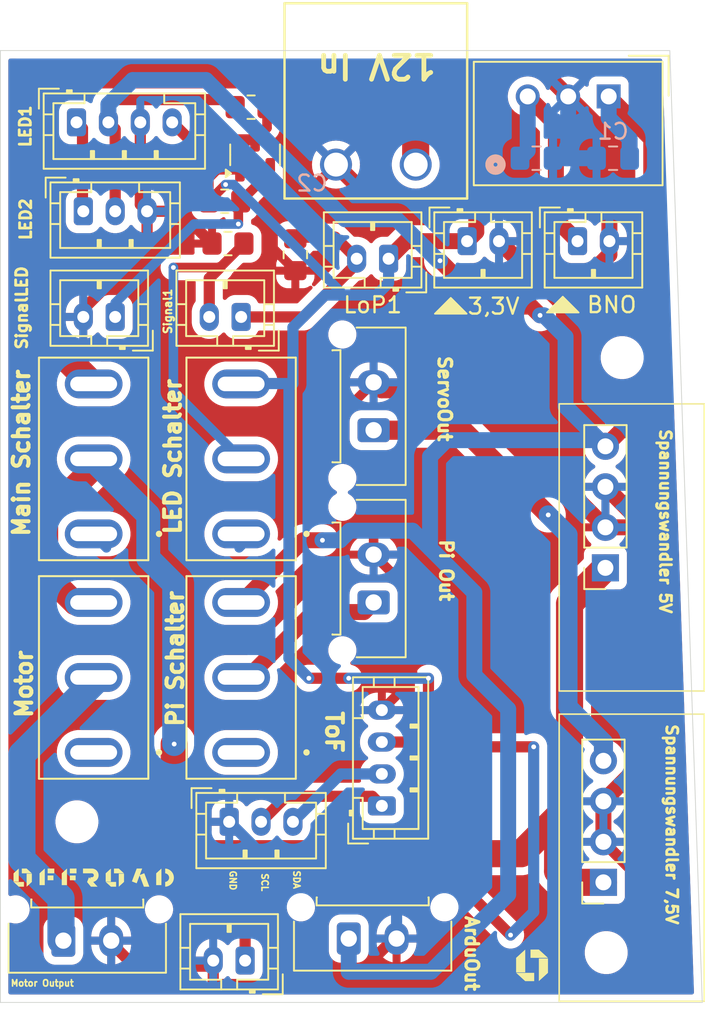
<source format=kicad_pcb>
(kicad_pcb (version 20240108) (generator "pcbnew") (generator_version "8.0")
  (layers (0 "F.Cu" signal) (31 "B.Cu" signal) (34 "B.Paste" user) (35 "F.Paste" user) (36 "B.SilkS" user "B.Silkscreen") (37 "F.SilkS" user "F.Silkscreen") (38 "B.Mask" user) (39 "F.Mask" user) (44 "Edge.Cuts" user))
  (net 0 "")
  (net 1 "+3.3V")
  (net 2 "GND")
  (net 3 "+5V")
  (net 4 "Net-(LEDAnzeige1-Pin_1)")
  (net 5 "Net-(LEDring1-Pin_4)")
  (net 6 "Net-(Q1-S)")
  (net 7 "+12V")
  (net 8 "+7.5V")
  (net 9 "unconnected-(Schalter2Main1-Pin_1-Pad1)")
  (net 10 "unconnected-(Schalter3Motor1-Pin_1-Pad1)")
  (net 12 "unconnected-(Schalter1LED1-Pin_1-Pad1)")
  (net 13 "Net-(LoP1-Pin_2)")
  (net 14 "Net-(Schalter1LED1-Pin_2)")
  (net 15 "Net-(J1-Pin_2)")
  (net 16 "Net-(J1-Pin_3)")
  (footprint "Connector_JST:JST_PH_B4B-PH-K_1x04_P2.00mm_Vertical" (layer "F.Cu") (at 192.425 18.15)
    (property "Reference" "LEDring1" (hide yes))
    (property "Value" "Conn_01x04_Pin" (hide yes))
    (pad "1" thru_hole roundrect (at 0 0) (size 1.2 1.75) (drill 0.75) (layers "*.Cu" "*.Mask") (roundrect_rratio 0.208333) (net 4 "Net-(LEDAnzeige1-Pin_1)"))
    (pad "2" thru_hole oval (at 2 0) (size 1.2 1.75) (drill 0.75) (layers "*.Cu" "*.Mask") (net 3 "+5V"))
    (pad "3" thru_hole oval (at 4 0) (size 1.2 1.75) (drill 0.75) (layers "*.Cu" "*.Mask") (net 2 "GND"))
    (pad "4" thru_hole oval (at 6 0) (size 1.2 1.75) (drill 0.75) (layers "*.Cu" "*.Mask") (net 5 "Net-(LEDring1-Pin_4)"))
  )
  (footprint "Converter_DCDC:Converter_DCDC_TRACO_TSR1-xxxxE_THT" (layer "F.Cu") (at 225.805 16.525 -90)
    (property "Reference" "Wandler1" (hide yes))
    (property "Value" "TSR1-2433E" (hide yes))
    (pad "1" thru_hole rect (at 0 0 270) (size 1.5 1.5) (drill 1) (layers "*.Cu" "*.Mask") (net 3 "+5V"))
    (pad "2" thru_hole circle (at 0 2.54 270) (size 1.5 1.5) (drill 1) (layers "*.Cu" "*.Mask") (net 2 "GND"))
    (pad "3" thru_hole circle (at 0 5.08 270) (size 1.5 1.5) (drill 1) (layers "*.Cu" "*.Mask") (net 1 "+3.3V"))
  )
  (footprint "Schalter:SW_100SP1T1B1M1QEH" (layer "F.Cu") (at 202.75 39.25 90)
    (property "Reference" "Schalter1LED1" (hide yes))
    (property "Value" "Conn_01x03_Pin" (hide yes))
    (pad "1" thru_hole oval (at -4.7 0 90) (size 1.81 3.62) (drill oval 0.91 2.94) (layers "*.Cu" "*.Mask") (net 12 "unconnected-(Schalter1LED1-Pin_1-Pad1)"))
    (pad "2" thru_hole oval (at 0 0 90) (size 1.81 3.62) (drill oval 0.91 2.94) (layers "*.Cu" "*.Mask") (net 14 "Net-(Schalter1LED1-Pin_2)"))
    (pad "3" thru_hole oval (at 4.7 0 90) (size 1.81 3.62) (drill oval 0.91 2.94) (layers "*.Cu" "*.Mask") (net 1 "+3.3V"))
  )
  (footprint "Resistor_SMD:R_0805_2012Metric_Pad1.20x1.40mm_HandSolder" (layer "F.Cu") (at 201.925 25.75 180)
    (property "Reference" "R6" (hide yes))
    (property "Value" "R_Small" (hide yes))
    (pad "1" smd roundrect (at -1 0 180) (size 1.2 1.4) (layers "F.Cu" "F.Paste" "F.Mask") (roundrect_rratio 0.208333) (net 14 "Net-(Schalter1LED1-Pin_2)"))
    (pad "2" smd roundrect (at 1 0 180) (size 1.2 1.4) (layers "F.Cu" "F.Paste" "F.Mask") (roundrect_rratio 0.208333) (net 2 "GND"))
  )
  (footprint "MountingHole:MountingHole_2.2mm_M2" (layer "F.Cu") (at 192.45 62)
    (property "Reference" "REF**" (hide yes))
    (property "Value" "MountingHole_2.2mm_M2" (hide yes))
    (pad "" np_thru_hole circle (at 0 0) (size 2.2 2.2) (drill 2.2) (layers "*.Cu" "*.Mask"))
  )
  (footprint "Connector_Molex:Molex_Micro-Fit_3.0_43650-0215_1x02_P3.00mm_Vertical" (layer "F.Cu") (at 191.6 69.45)
    (property "Reference" "MotorOutput1" (hide yes))
    (property "Value" "Conn_01x02_Pin" (hide yes))
    (pad "" np_thru_hole circle (at -3 -1.96) (size 1.27 1.27) (drill 1.27) (layers "*.Cu" "*.Mask"))
    (pad "" np_thru_hole circle (at 6 -1.96) (size 1.27 1.27) (drill 1.27) (layers "*.Cu" "*.Mask"))
    (pad "1" thru_hole roundrect (at 0 0) (size 1.5 2.02) (drill 1.02) (layers "*.Cu" "*.Mask") (roundrect_rratio 0.166667) (net 7 "+12V"))
    (pad "2" thru_hole oval (at 3 0) (size 1.5 2.02) (drill 1.02) (layers "*.Cu" "*.Mask") (net 2 "GND"))
  )
  (footprint "Connector_Molex:Molex_Micro-Fit_3.0_43650-0215_1x02_P3.00mm_Vertical" (layer "F.Cu") (at 211.06 48.25 90)
    (property "Reference" "OutputPi1" (hide yes))
    (property "Value" "Conn_01x02_Pin" (hide yes))
    (pad "" np_thru_hole circle (at -3 -1.96 90) (size 1.27 1.27) (drill 1.27) (layers "*.Cu" "*.Mask"))
    (pad "" np_thru_hole circle (at 6 -1.96 90) (size 1.27 1.27) (drill 1.27) (layers "*.Cu" "*.Mask"))
    (pad "1" thru_hole roundrect (at 0 0 90) (size 1.5 2.02) (drill 1.02) (layers "*.Cu" "*.Mask") (roundrect_rratio 0.166667) (net 3 "+5V"))
    (pad "2" thru_hole oval (at 3 0 90) (size 1.5 2.02) (drill 1.02) (layers "*.Cu" "*.Mask") (net 2 "GND"))
  )
  (footprint "Connector_JST:JST_PH_B4B-PH-K_1x04_P2.00mm_Vertical" (layer "F.Cu") (at 211.575 61 90)
    (property "Reference" "StemmaToF1" (hide yes))
    (property "Value" "Conn_01x04_Pin" (hide yes))
    (pad "1" thru_hole roundrect (at 0 0 90) (size 1.2 1.75) (drill 0.75) (layers "*.Cu" "*.Mask") (roundrect_rratio 0.208333) (net 15 "Net-(J1-Pin_2)"))
    (pad "2" thru_hole oval (at 2 0 90) (size 1.2 1.75) (drill 0.75) (layers "*.Cu" "*.Mask") (net 16 "Net-(J1-Pin_3)"))
    (pad "3" thru_hole oval (at 4 0 90) (size 1.2 1.75) (drill 0.75) (layers "*.Cu" "*.Mask") (net 1 "+3.3V"))
    (pad "4" thru_hole oval (at 6 0 90) (size 1.2 1.75) (drill 0.75) (layers "*.Cu" "*.Mask") (net 2 "GND"))
  )
  (footprint "Schalter:SW_100SP1T1B1M1QEH" (layer "F.Cu") (at 202.75 52.95 90)
    (property "Reference" "Schalter4Pi1" (hide yes))
    (property "Value" "Conn_01x03_Pin" (hide yes))
    (pad "1" thru_hole oval (at -4.7 0 90) (size 1.81 3.62) (drill oval 0.91 2.94) (layers "*.Cu" "*.Mask"))
    (pad "2" thru_hole oval (at 0 0 90) (size 1.81 3.62) (drill oval 0.91 2.94) (layers "*.Cu" "*.Mask") (net 3 "+5V"))
    (pad "3" thru_hole oval (at 4.7 0 90) (size 1.81 3.62) (drill oval 0.91 2.94) (layers "*.Cu" "*.Mask") (net 3 "+5V"))
  )
  (footprint "Connector_JST:JST_PH_B2B-PH-K_1x02_P2.00mm_Vertical" (layer "F.Cu") (at 203 70.7 180)
    (property "Reference" "3,3V2" (hide yes))
    (property "Value" "3,3out" (hide yes))
    (pad "1" thru_hole roundrect (at 0 0 180) (size 1.2 1.75) (drill 0.75) (layers "*.Cu" "*.Mask") (roundrect_rratio 0.208333) (net 1 "+3.3V"))
    (pad "2" thru_hole oval (at 2 0 180) (size 1.2 1.75) (drill 0.75) (layers "*.Cu" "*.Mask") (net 2 "GND"))
  )
  (footprint "Connector_JST:JST_PH_B2B-PH-K_1x02_P2.00mm_Vertical" (layer "F.Cu") (at 202.75 30.35 180)
    (property "Reference" "Signal1" (at 4.6 0.35 -90) (layer "F.SilkS") (effects (font (size 0.5 0.5) (thickness 0.125))))
    (property "Value" "Conn_01x02_Pin" (hide yes))
    (pad "1" thru_hole roundrect (at 0 0 180) (size 1.2 1.75) (drill 0.75) (layers "*.Cu" "*.Mask") (roundrect_rratio 0.208333) (net 13 "Net-(LoP1-Pin_2)"))
    (pad "2" thru_hole oval (at 2 0 180) (size 1.2 1.75) (drill 0.75) (layers "*.Cu" "*.Mask") (net 14 "Net-(Schalter1LED1-Pin_2)"))
  )
  (footprint "Resistor_SMD:R_0805_2012Metric_Pad1.20x1.40mm_HandSolder" (layer "F.Cu") (at 206.15 26.45 -90)
    (property "Reference" "R1" (hide yes))
    (property "Value" "R_Small" (hide yes))
    (pad "1" smd roundrect (at -1 0 270) (size 1.2 1.4) (layers "F.Cu" "F.Paste" "F.Mask") (roundrect_rratio 0.208333) (net 13 "Net-(LoP1-Pin_2)"))
    (pad "2" smd roundrect (at 1 0 270) (size 1.2 1.4) (layers "F.Cu" "F.Paste" "F.Mask") (roundrect_rratio 0.208333) (net 2 "GND"))
  )
  (footprint "Connector_JST:JST_PH_B3B-PH-K_1x03_P2.00mm_Vertical" (layer "F.Cu") (at 192.85 23.725)
    (property "Reference" "LEDAnzeige1" (hide yes))
    (property "Value" "Conn_01x03_Pin" (hide yes))
    (pad "1" thru_hole roundrect (at 0 0) (size 1.2 1.75) (drill 0.75) (layers "*.Cu" "*.Mask") (roundrect_rratio 0.208333) (net 4 "Net-(LEDAnzeige1-Pin_1)"))
    (pad "2" thru_hole oval (at 2 0) (size 1.2 1.75) (drill 0.75) (layers "*.Cu" "*.Mask") (net 3 "+5V"))
    (pad "3" thru_hole oval (at 4 0) (size 1.2 1.75) (drill 0.75) (layers "*.Cu" "*.Mask") (net 2 "GND"))
  )
  (footprint "LOGOS:Offroad Logo 2" (layer "F.Cu") (at 221 71)
    (property "Reference" "G***" (hide yes))
    (property "Value" "LOGO" (hide yes))
  )
  (footprint "Connector_Molex:Molex_Micro-Fit_3.0_43650-0215_1x02_P3.00mm_Vertical" (layer "F.Cu") (at 209.5 69.32)
    (property "Reference" "Arduino1" (hide yes))
    (property "Value" "Conn_01x02_Pin")
    (pad "" np_thru_hole circle (at -3 -1.96) (size 1.27 1.27) (drill 1.27) (layers "*.Cu" "*.Mask"))
    (pad "" np_thru_hole circle (at 6 -1.96) (size 1.27 1.27) (drill 1.27) (layers "*.Cu" "*.Mask"))
    (pad "1" thru_hole roundrect (at 0 0) (size 1.5 2.02) (drill 1.02) (layers "*.Cu" "*.Mask") (roundrect_rratio 0.166667) (net 3 "+5V"))
    (pad "2" thru_hole oval (at 3 0) (size 1.5 2.02) (drill 1.02) (layers "*.Cu" "*.Mask") (net 2 "GND"))
  )
  (footprint "Package_TO_SOT_SMD:SOT-23" (layer "F.Cu") (at 203.625 20.1875 90)
    (property "Reference" "Q1" (hide yes))
    (property "Value" "BSS138" (hide yes))
    (pad "1" smd roundrect (at -0.9375 -0.95 90) (size 1.475 0.6) (layers "F.Cu" "F.Paste" "F.Mask") (net 1 "+3.3V"))
    (pad "2" smd roundrect (at -0.9375 0.95 90) (size 1.475 0.6) (layers "F.Cu" "F.Paste" "F.Mask") (net 6 "Net-(Q1-S)"))
    (pad "3" smd roundrect (at 0.9375 0 90) (size 1.475 0.6) (layers "F.Cu" "F.Paste" "F.Mask") (net 5 "Net-(LEDring1-Pin_4)"))
  )
  (footprint "Connector_PinSocket_2.54mm:PinSocket_1x04_P2.54mm_Vertical" (layer "F.Cu") (at 225.475 65.795 180)
    (property "Reference" "Spannungswandler2" (hide yes))
    (property "Value" "Conn_01x04_Pin" (hide yes))
    (pad "1" thru_hole rect (at 0 0 180) (size 1.7 1.7) (drill 1) (layers "*.Cu" "*.Mask") (net 7 "+12V"))
    (pad "2" thru_hole oval (at 0 2.54 180) (size 1.7 1.7) (drill 1) (layers "*.Cu" "*.Mask") (net 2 "GND"))
    (pad "3" thru_hole oval (at 0 5.08 180) (size 1.7 1.7) (drill 1) (layers "*.Cu" "*.Mask") (net 2 "GND"))
    (pad "4" thru_hole oval (at 0 7.62 180) (size 1.7 1.7) (drill 1) (layers "*.Cu" "*.Mask") (net 8 "+7.5V"))
  )
  (footprint "Schalter:SW_100SP1T1B1M1QEH" (layer "F.Cu") (at 193.5 52.95 90)
    (property "Reference" "Schalter3Motor1" (hide yes))
    (property "Value" "Conn_01x03_Pin")
    (pad "1" thru_hole oval (at -4.7 0 90) (size 1.81 3.62) (drill oval 0.91 2.94) (layers "*.Cu" "*.Mask") (net 10 "unconnected-(Schalter3Motor1-Pin_1-Pad1)"))
    (pad "2" thru_hole oval (at 0 0 90) (size 1.81 3.62) (drill oval 0.91 2.94) (layers "*.Cu" "*.Mask") (net 7 "+12V"))
    (pad "3" thru_hole oval (at 4.7 0 90) (size 1.81 3.62) (drill oval 0.91 2.94) (layers "*.Cu" "*.Mask") (net 7 "+12V"))
  )
  (footprint "MountingHole:MountingHole_2.2mm_M2" (layer "F.Cu") (at 226.65 32.9)
    (property "Reference" "REF**" (hide yes))
    (property "Value" "MountingHole_2.2mm_M2" (hide yes))
    (pad "" np_thru_hole circle (at 0 0) (size 2.2 2.2) (drill 2.2) (layers "*.Cu" "*.Mask"))
  )
  (footprint "Connector_JST:JST_PH_B2B-PH-K_1x02_P2.00mm_Vertical" (layer "F.Cu") (at 223.85 25.6)
    (property "Reference" "BNO1" (hide yes))
    (property "Value" "Conn_01x02_Pin" (hide yes))
    (pad "1" thru_hole roundrect (at 0 0) (size 1.2 1.75) (drill 0.75) (layers "*.Cu" "*.Mask") (roundrect_rratio 0.208333) (net 1 "+3.3V"))
    (pad "2" thru_hole oval (at 2 0) (size 1.2 1.75) (drill 0.75) (layers "*.Cu" "*.Mask") (net 2 "GND"))
  )
  (footprint "Connector_Molex:Molex_Micro-Fit_3.0_43650-0215_1x02_P3.00mm_Vertical" (layer "F.Cu") (at 211.06 37.45 90)
    (property "Reference" "Output1" (hide yes))
    (property "Value" "Conn_01x02_Pin" (hide yes))
    (pad "" np_thru_hole circle (at -3 -1.96 90) (size 1.27 1.27) (drill 1.27) (layers "*.Cu" "*.Mask"))
    (pad "" np_thru_hole circle (at 6 -1.96 90) (size 1.27 1.27) (drill 1.27) (layers "*.Cu" "*.Mask"))
    (pad "1" thru_hole roundrect (at 0 0 90) (size 1.5 2.02) (drill 1.02) (layers "*.Cu" "*.Mask") (roundrect_rratio 0.166667) (net 8 "+7.5V"))
    (pad "2" thru_hole oval (at 3 0 90) (size 1.5 2.02) (drill 1.02) (layers "*.Cu" "*.Mask") (net 2 "GND"))
  )
  (footprint "Connector_JST:JST_PH_B2B-PH-K_1x02_P2.00mm_Vertical" (layer "F.Cu") (at 216.925 25.6)
    (property "Reference" "3,3V1" (hide yes))
    (property "Value" "Conn_01x02_Pin" (hide yes))
    (pad "1" thru_hole roundrect (at 0 0) (size 1.2 1.75) (drill 0.75) (layers "*.Cu" "*.Mask") (roundrect_rratio 0.208333) (net 1 "+3.3V"))
    (pad "2" thru_hole oval (at 2 0) (size 1.2 1.75) (drill 0.75) (layers "*.Cu" "*.Mask") (net 2 "GND"))
  )
  (footprint "Connector_PinSocket_2.54mm:PinSocket_1x04_P2.54mm_Vertical" (layer "F.Cu") (at 225.6 46.08 180)
    (property "Reference" "Spannungswandler1" (hide yes))
    (property "Value" "Conn_01x04_Pin" (hide yes))
    (pad "1" thru_hole rect (at 0 0 180) (size 1.7 1.7) (drill 1) (layers "*.Cu" "*.Mask") (net 7 "+12V"))
    (pad "2" thru_hole oval (at 0 2.54 180) (size 1.7 1.7) (drill 1) (layers "*.Cu" "*.Mask") (net 2 "GND"))
    (pad "3" thru_hole oval (at 0 5.08 180) (size 1.7 1.7) (drill 1) (layers "*.Cu" "*.Mask") (net 2 "GND"))
    (pad "4" thru_hole oval (at 0 7.62 180) (size 1.7 1.7) (drill 1) (layers "*.Cu" "*.Mask") (net 3 "+5V"))
  )
  (footprint "Connector_JST:JST_PH_B2B-PH-K_1x02_P2.00mm_Vertical" (layer "F.Cu") (at 194.85 30.35 180)
    (property "Reference" "SignalLED1" (hide yes))
    (property "Value" "Conn_01x02_Pin" (hide yes))
    (pad "1" thru_hole roundrect (at 0 0 180) (size 1.2 1.75) (drill 0.75) (layers "*.Cu" "*.Mask") (roundrect_rratio 0.208333) (net 6 "Net-(Q1-S)"))
    (pad "2" thru_hole oval (at 2 0 180) (size 1.2 1.75) (drill 0.75) (layers "*.Cu" "*.Mask") (net 2 "GND"))
  )
  (footprint "Resistor_SMD:R_0805_2012Metric_Pad1.20x1.40mm_HandSolder" (layer "F.Cu") (at 201.725 23.1)
    (property "Reference" "R7" (hide yes))
    (property "Value" "R_Small" (hide yes))
    (pad "1" smd roundrect (at -1 0) (size 1.2 1.4) (layers "F.Cu" "F.Paste" "F.Mask") (roundrect_rratio 0.208333) (net 1 "+3.3V"))
    (pad "2" smd roundrect (at 1 0) (size 1.2 1.4) (layers "F.Cu" "F.Paste" "F.Mask") (roundrect_rratio 0.208333) (net 6 "Net-(Q1-S)"))
  )
  (footprint "100SP1T1B1M1QEH:CONN_31330102_MZC" (layer "F.Cu") (at 213.7 20.8 180)
    (property "Reference" "12Vin1" (hide yes))
    (property "Value" "Conn_01x02_Pin" (hide yes))
    (pad "1" thru_hole circle (at 0 0 180) (size 2.0066 2.0066) (drill 1.4986) (layers "*.Cu" "*.Mask") (net 7 "+12V"))
    (pad "2" thru_hole circle (at 5 0 180) (size 2.0066 2.0066) (drill 1.4986) (layers "*.Cu" "*.Mask") (net 2 "GND"))
  )
  (footprint "MountingHole:MountingHole_2.2mm_M2" (layer "F.Cu") (at 225.65 70.2)
    (property "Reference" "REF**" (hide yes))
    (property "Value" "MountingHole_2.2mm_M2" (hide yes))
    (pad "" np_thru_hole circle (at 0 0) (size 2.2 2.2) (drill 2.2) (layers "F&B.Cu" "*.Mask"))
  )
  (footprint "Connector_JST:JST_PH_B2B-PH-K_1x02_P2.00mm_Vertical" (layer "F.Cu") (at 212 26.7 180)
    (property "Reference" "LoP1" (at 1 -2.9 180) (layer "F.SilkS"))
    (property "Value" "Conn_01x02_Pin" (hide yes))
    (pad "1" thru_hole roundrect (at 0 0 180) (size 1.2 1.75) (drill 0.75) (layers "*.Cu" "*.Mask") (roundrect_rratio 0.208333) (net 1 "+3.3V"))
    (pad "2" thru_hole oval (at 2 0 180) (size 1.2 1.75) (drill 0.75) (layers "*.Cu" "*.Mask") (net 13 "Net-(LoP1-Pin_2)"))
  )
  (footprint "Schalter:SW_100SP1T1B1M1QEH" (layer "F.Cu") (at 193.5 39.25 90)
    (property "Reference" "Schalter2Main1" (hide yes))
    (property "Value" "Conn_01x03_Pin")
    (pad "1" thru_hole oval (at -4.7 0 90) (size 1.81 3.62) (drill oval 0.91 2.94) (layers "*.Cu" "*.Mask") (net 9 "unconnected-(Schalter2Main1-Pin_1-Pad1)"))
    (pad "2" thru_hole oval (at 0 0 90) (size 1.81 3.62) (drill oval 0.91 2.94) (layers "*.Cu" "*.Mask") (net 7 "+12V"))
    (pad "3" thru_hole oval (at 4.7 0 90) (size 1.81 3.62) (drill oval 0.91 2.94) (layers "*.Cu" "*.Mask") (net 7 "+12V"))
  )
  (footprint "LOGOS:Offroad Logo Lang 10mm" (layer "F.Cu") (at 193.5 65.5)
    (property "Reference" "G***" (hide yes))
    (property "Value" "LOGO" (hide yes))
  )
  (footprint "Resistor_SMD:R_0805_2012Metric_Pad1.20x1.40mm_HandSolder" (layer "F.Cu") (at 203.375 17.2)
    (property "Reference" "R8" (hide yes))
    (property "Value" "R_Small" (hide yes))
    (pad "1" smd roundrect (at -1 0) (size 1.2 1.4) (layers "F.Cu" "F.Paste" "F.Mask") (roundrect_rratio 0.208333) (net 3 "+5V"))
    (pad "2" smd roundrect (at 1 0) (size 1.2 1.4) (layers "F.Cu" "F.Paste" "F.Mask") (roundrect_rratio 0.208333) (net 5 "Net-(LEDring1-Pin_4)"))
  )
  (footprint "Connector_JST:JST_PH_B3B-PH-K_1x03_P2.00mm_Vertical" (layer "F.Cu") (at 202 62)
    (property "Reference" "J1" (hide yes))
    (property "Value" "Conn_01x03_Pin" (hide yes))
    (pad "1" thru_hole roundrect (at 0 0) (size 1.2 1.75) (drill 0.75) (layers "*.Cu" "*.Mask") (roundrect_rratio 0.208333) (net 2 "GND"))
    (pad "2" thru_hole oval (at 2 0) (size 1.2 1.75) (drill 0.75) (layers "*.Cu" "*.Mask") (net 15 "Net-(J1-Pin_2)"))
    (pad "3" thru_hole oval (at 4 0) (size 1.2 1.75) (drill 0.75) (layers "*.Cu" "*.Mask") (net 16 "Net-(J1-Pin_3)"))
  )
  (footprint "Capacitor_SMD:C_0805_2012Metric_Pad1.18x1.45mm_HandSolder" (layer "B.Cu") (at 221.28 20.4 180)
    (property "Reference" "C2" (at 14.0825 -1.57 180) (layer "B.SilkS") (effects (justify mirror)))
    (property "Value" "C")
    (pad "1" smd roundrect (at -1.0375 0 180) (size 1.175 1.45) (layers "B.Cu" "B.Paste" "B.Mask") (roundrect_rratio 0.212766) (net 2 "GND"))
    (pad "2" smd roundrect (at 1.0375 0 180) (size 1.175 1.45) (layers "B.Cu" "B.Paste" "B.Mask") (roundrect_rratio 0.212766) (net 1 "+3.3V"))
  )
  (footprint "Capacitor_SMD:C_0805_2012Metric_Pad1.18x1.45mm_HandSolder" (layer "B.Cu") (at 226.08 20.4 180)
    (property "Reference" "C1" (at 0 1.68 180) (layer "B.SilkS") (effects (justify mirror)))
    (property "Value" "C")
    (pad "1" smd roundrect (at -1.0375 0 180) (size 1.175 1.45) (layers "B.Cu" "B.Paste" "B.Mask") (roundrect_rratio 0.212766) (net 3 "+5V"))
    (pad "2" smd roundrect (at 1.0375 0 180) (size 1.175 1.45) (layers "B.Cu" "B.Paste" "B.Mask") (roundrect_rratio 0.212766) (net 2 "GND"))
  )
  (gr_rect (start 222.7 55.25) (end 231.8 73.25) (stroke (width 0.1)) (fill none) (layer "F.SilkS"))
  (gr_poly (pts (xy 221.925 30.075) (xy 223.925 30.075) (xy 222.925 29.075)) (stroke (width 0.1)) (fill solid) (layer "F.SilkS"))
  (gr_poly (pts (xy 214.9 30.15) (xy 216.9 30.15) (xy 215.9 29.15)) (stroke (width 0.1)) (fill solid) (layer "F.SilkS"))
  (gr_rect (start 222.7 35.8) (end 231.8 53.8) (stroke (width 0.1)) (fill none) (layer "F.SilkS"))
  (gr_line (start 187.65 13.65) (end 229.64 13.65) (stroke (width 0.05)) (layer "Edge.Cuts"))
  (gr_line (start 231.675 73.325) (end 229.64 13.65) (stroke (width 0.05)) (layer "Edge.Cuts"))
  (gr_line (start 187.65 73.325) (end 231.675 73.325) (stroke (width 0.05)) (layer "Edge.Cuts"))
  (gr_line (start 187.65 13.65) (end 187.65 73.325) (stroke (width 0.05)) (layer "Edge.Cuts"))
  (gr_text "ArduOut" (at 216.75 67.8 -90) (layer "F.SilkS") (effects (font (size 0.8 0.8) (thickness 0.2) (bold yes)) (justify left bottom)))
  (gr_text "ServoOut" (at 215.05 32.7 -90) (layer "F.SilkS") (effects (font (size 0.8 0.8) (thickness 0.2) (bold yes)) (justify left bottom)))
  (gr_text "Motor" (at 189.725 55.6 90) (layer "F.SilkS") (effects (font (size 1 1) (thickness 0.25) (bold yes)) (justify left bottom)))
  (gr_text "Main Schalter" (at 189.55 44.225 90) (layer "F.SilkS") (effects (font (size 1 1) (thickness 0.25) (bold yes)) (justify left bottom)))
  (gr_text "LED2\n\n" (at 190.775 25.625 90) (layer "F.SilkS") (effects (font (size 0.7 0.7) (thickness 0.175) (bold yes)) (justify left bottom)))
  (gr_text "BNO\n" (at 224.35 30.175 0) (layer "F.SilkS") (effects (font (size 1 1)) (justify left bottom)))
  (gr_text "Motor Output\n" (at 188.25 72.35 0) (layer "F.SilkS") (effects (font (size 0.4 0.4) (thickness 0.1) (bold yes)) (justify left bottom)))
  (gr_text "Spannungswandler 5V" (at 228.95 37.3 270) (layer "F.SilkS") (effects (font (size 0.7 0.7) (thickness 0.175) (bold yes)) (justify left bottom)))
  (gr_text "Pi Schalter" (at 199.2 56.15 90) (layer "F.SilkS") (effects (font (size 1 1) (thickness 0.25) (bold yes)) (justify left bottom)))
  (gr_text "SDA" (at 206 65 -90) (layer "F.SilkS") (effects (font (size 0.4 0.4) (thickness 0.1) (bold yes)) (justify left bottom)))
  (gr_text "ToF" (at 208 54.95 270) (layer "F.SilkS") (effects (font (size 1 1) (thickness 0.25) (bold yes)) (justify left bottom)))
  (gr_text "LED Schalter\n" (at 199.05 44.1 90) (layer "F.SilkS") (effects (font (size 1 1) (thickness 0.25) (bold yes)) (justify left bottom)))
  (gr_text "SignalLED" (at 189.4 32.475 90) (layer "F.SilkS") (effects (font (size 0.7 0.7) (thickness 0.175) (bold yes)) (justify left bottom)))
  (gr_text "LED1\n" (at 189.625 19.8 90) (layer "F.SilkS") (effects (font (size 0.7 0.7) (thickness 0.175) (bold yes)) (justify left bottom)))
  (gr_text "12V In" (at 215.125 13.75 180) (layer "F.SilkS") (effects (font (size 1.5 1.5) (thickness 0.3) (bold yes)) (justify left bottom)))
  (gr_text "GND" (at 202 65 -90) (layer "F.SilkS") (effects (font (size 0.4 0.4) (thickness 0.1) (bold yes)) (justify left bottom)))
  (gr_text "Pi Out " (at 215.15 44.2 -90) (layer "F.SilkS") (effects (font (size 0.8 0.8) (thickness 0.2) (bold yes)) (justify left bottom)))
  (gr_text "3,3V" (at 216.87 30.27 0) (layer "F.SilkS") (effects (font (size 1 1)) (justify left bottom)))
  (gr_text "SCL" (at 204 65.175238 -90) (layer "F.SilkS") (effects (font (size 0.4 0.4) (thickness 0.1) (bold yes)) (justify left bottom)))
  (gr_text "Spannungswandler 7,5V" (at 229.35 55.8 270) (layer "F.SilkS") (effects (font (size 0.7 0.7) (thickness 0.175) (bold yes)) (justify left bottom)))
  (segment (start 214.5 57) (end 214.5 53) (width 0.7) (layer "F.Cu") (net 1))
  (segment (start 219.65 69.1) (end 216.092364 65.542364) (width 0.7) (layer "F.Cu") (net 1))
  (segment (start 214.8 57.3) (end 215 57.3) (width 0.7) (layer "F.Cu") (net 1))
  (segment (start 217.5 23.25) (end 217.5 25.025) (width 1) (layer "F.Cu") (net 1))
  (segment (start 200.725 21.65) (end 200.725 23.1) (width 0.6) (layer "F.Cu") (net 1))
  (segment (start 207 53) (end 209.5 53) (width 0.7) (layer "F.Cu") (net 1))
  (segment (start 216.092364 65.542364) (end 206.057636 65.542364) (width 0.7) (layer "F.Cu") (net 1))
  (segment (start 214.7 57) (end 215 57.3) (width 0.7) (layer "F.Cu") (net 1))
  (segment (start 222.4925 24.2425) (end 223.85 25.6) (width 1) (layer "F.Cu") (net 1))
  (segment (start 221.5 23.25) (end 217.5 23.25) (width 1) (layer "F.Cu") (net 1))
  (segment (start 214.5 57) (end 214.8 57.3) (width 0.7) (layer "F.Cu") (net 1))
  (segment (start 215 57.3) (end 221.1 57.3) (width 0.7) (layer "F.Cu") (net 1))
  (segment (start 206.057636 65.542364) (end 203 68.6) (width 0.7) (layer "F.Cu") (net 1))
  (segment (start 201.3 21.125) (end 201.275 21.1) (width 0.6) (layer "F.Cu") (net 1))
  (segment (start 203 68.6) (end 203 70.7) (width 0.7) (layer "F.Cu") (net 1))
  (segment (start 222.4925 18.2925) (end 222.4925 24.2425) (width 1) (layer "F.Cu") (net 1))
  (segment (start 211.575 57) (end 214.7 57) (width 0.7) (layer "F.Cu") (net 1))
  (segment (start 222.425 24.175) (end 221.5 23.25) (width 1) (layer "F.Cu") (net 1))
  (segment (start 213.1 25.6) (end 212 26.7) (width 1) (layer "F.Cu") (net 1))
  (segment (start 220.725 16.525) (end 222.4925 18.2925) (width 1) (layer "F.Cu") (net 1))
  (segment (start 201.275 21.1) (end 200.725 21.65) (width 0.6) (layer "F.Cu") (net 1))
  (segment (start 202.675 21.125) (end 201.3 21.125) (width 0.6) (layer "F.Cu") (net 1))
  (segment (start 217.5 25.025) (end 216.925 25.6) (width 1) (layer "F.Cu") (net 1))
  (segment (start 201.775 22.05) (end 200.725 23.1) (width 0.6) (layer "F.Cu") (net 1))
  (segment (start 216.925 25.6) (end 213.1 25.6) (width 1) (layer "F.Cu") (net 1))
  (via (at 209.5 53) (size 0.6) (drill 0.3) (layers "F.Cu" "B.Cu") (net 1))
  (via (at 219.65 69.1) (size 0.6) (drill 0.3) (layers "F.Cu" "B.Cu") (net 1))
  (via (at 214.5 53) (size 0.6) (drill 0.3) (layers "F.Cu" "B.Cu") (net 1))
  (via (at 201.775 22.05) (size 0.6) (drill 0.3) (layers "F.Cu" "B.Cu") (net 1))
  (via (at 221.1 57.3) (size 0.6) (drill 0.3) (layers "F.Cu" "B.Cu") (net 1))
  (via (at 207 53) (size 0.6) (drill 0.3) (layers "F.Cu" "B.Cu") (net 1))
  (segment (start 209.2 28.975) (end 202.275 22.05) (width 0.6) (layer "B.Cu") (net 1))
  (segment (start 221.1 67.65) (end 219.65 69.1) (width 0.7) (layer "B.Cu") (net 1))
  (segment (start 214.5 53) (end 209.5 53) (width 0.7) (layer "B.Cu") (net 1))
  (segment (start 205.75 51.75) (end 205.75 34.775) (width 0.7) (layer "B.Cu") (net 1))
  (segment (start 202.275 22.05) (end 201.775 22.05) (width 0.6) (layer "B.Cu") (net 1))
  (segment (start 211.24363 28.975) (end 209.2 28.975) (width 0.7) (layer "B.Cu") (net 1))
  (segment (start 207 53) (end 205.75 51.75) (width 0.7) (layer "B.Cu") (net 1))
  (segment (start 206 34.525) (end 203.525 34.525) (width 0.7) (layer "B.Cu") (net 1))
  (segment (start 209.2 28.975) (end 208.025 28.975) (width 0.7) (layer "B.Cu") (net 1))
  (segment (start 203.525 34.525) (end 203.2 34.85) (width 0.7) (layer "B.Cu") (net 1))
  (segment (start 221.1 57.3) (end 221.1 67.65) (width 0.7) (layer "B.Cu") (net 1))
  (segment (start 205.75 34.775) (end 206 34.525) (width 0.7) (layer "B.Cu") (net 1))
  (segment (start 208.025 28.975) (end 206 31) (width 0.7) (layer "B.Cu") (net 1))
  (segment (start 206 31) (end 206 34.525) (width 0.7) (layer "B.Cu") (net 1))
  (segment (start 212 28.21863) (end 211.24363 28.975) (width 0.7) (layer "B.Cu") (net 1))
  (segment (start 220.725 16.525) (end 220.725 19.9175) (width 1) (layer "B.Cu") (net 1))
  (segment (start 212 26.7) (end 212 28.21863) (width 0.7) (layer "B.Cu") (net 1))
  (segment (start 220.725 19.9175) (end 220.2425 20.4) (width 1) (layer "B.Cu") (net 1))
  (segment (start 208.05 72.2) (end 201.125 72.2) (width 0.7) (layer "F.Cu") (net 2))
  (segment (start 224.2 32.9) (end 224.2 30.5) (width 1) (layer "F.Cu") (net 2))
  (segment (start 196.425 23.3) (end 196.85 23.725) (width 0.7) (layer "F.Cu") (net 2))
  (segment (start 213.5 53.075) (end 211.575 55) (width 0.6) (layer "F.Cu") (net 2))
  (segment (start 198.9 23.725) (end 200.925 25.75) (width 0.7) (layer "F.Cu") (net 2))
  (segment (start 206.15 27.45) (end 204.75 26.05) (width 0.6) (layer "F.Cu") (net 2))
  (segment (start 196.85 23.725) (end 198.9 23.725) (width 0.7) (layer "F.Cu") (net 2))
  (segment (start 224.2 30.5) (end 224.2 35.525) (width 1) (layer "F.Cu") (net 2))
  (segment (start 224.2 28.1) (end 224.2 30.5) (width 1) (layer "F.Cu") (net 2))
  (segment (start 217.1 34.95) (end 217.45 34.6) (width 1) (layer "F.Cu") (net 2))
  (segment (start 212.33 69.32) (end 212.5 69.32) (width 0.7) (layer "F.Cu") (net 2))
  (segment (start 224.55 27.75) (end 221.075 27.75) (width 1) (layer "F.Cu") (net 2))
  (segment (start 227.825 43.855) (end 228.14 43.54) (width 1) (layer "F.Cu") (net 2))
  (segment (start 225.85 25.6) (end 225.85 25.875) (width 0.7) (layer "F.Cu") (net 2))
  (segment (start 225.475 60.715) (end 227.825 58.365) (width 1) (layer "F.Cu") (net 2))
  (segment (start 221.075 27.75) (end 218.925 25.6) (width 1) (layer "F.Cu") (net 2))
  (segment (start 211.06 45.25) (end 211.06 40.51) (width 0.6) (layer "F.Cu") (net 2))
  (segment (start 216.05 18.61043) (end 219.98543 14.675) (width 1) (layer "F.Cu") (net 2))
  (segment (start 228.5 71.4) (end 227.7 72.2) (width 0.7) (layer "F.Cu") (net 2))
  (segment (start 196.85 25.875) (end 192.85 29.875) (width 0.7) (layer "F.Cu") (net 2))
  (segment (start 209.05 36.46) (end 211.06 34.45) (width 0.6) (layer "F.Cu") (net 2))
  (segment (start 210.75 22.85) (end 208.7 20.8) (width 1) (layer "F.Cu") (net 2))
  (segment (start 211.06 34.45) (end 211.56 34.95) (width 1) (layer "F.Cu") (net 2))
  (segment (start 209.45 72.2) (end 212.33 69.32) (width 0.7) (layer "F.Cu") (net 2))
  (segment (start 211.06 40.51) (end 209.05 38.5) (width 0.6) (layer "F.Cu") (net 2))
  (segment (start 209.05 38.5) (end 209.05 36.46) (width 0.6) (layer "F.Cu") (net 2))
  (segment (start 224.55 27.75) (end 224.2 28.1) (width 1) (layer "F.Cu") (net 2))
  (segment (start 204.75 26.05) (end 204.75 23.65) (width 0.6) (layer "F.Cu") (net 2))
  (segment (start 213.5 47.69) (end 213.5 53.075) (width 0.6) (layer "F.Cu") (net 2))
  (segment (start 205.85 23.65) (end 208.7 20.8) (width 0.6) (layer "F.Cu") (net 2))
  (segment (start 227.825 58.365) (end 227.825 43.855) (width 1) (layer "F.Cu") (net 2))
  (segment (start 225.475 63.255) (end 225.475 60.715) (width 1) (layer "F.Cu") (net 2))
  (segment (start 201.125 72.2) (end 201 72.075) (width 0.7) (layer "F.Cu") (net 2))
  (segment (start 228.5 66.28) (end 228.5 71.4) (width 0.7) (layer "F.Cu") (net 2))
  (segment (start 223.275 41.215) (end 225.6 43.54) (width 1) (layer "F.Cu") (net 2))
  (segment (start 192.85 29.875) (end 192.85 30.35) (width 0.7) (layer "F.Cu") (net 2))
  (segment (start 225.6 43.54) (end 228.14 43.54) (width 1) (layer "F.Cu") (net 2))
  (segment (start 216.05 22.85) (end 210.75 22.85) (width 1) (layer "F.Cu") (net 2))
  (segment (start 225.85 26.45) (end 224.55 27.75) (width 1) (layer "F.Cu") (net 2))
  (segment (start 196.85 23.725) (end 196.85 25.875) (width 0.7) (layer "F.Cu") (net 2))
  (segment (start 225.475 63.255) (end 228.5 66.28) (width 0.7) (layer "F.Cu") (net 2))
  (segment (start 196.425 18.15) (end 196.425 23.3) (width 0.7) (layer "F.Cu") (net 2))
  (segment (start 222.15 34.95) (end 224.2 32.9) (width 1) (layer "F.Cu") (net 2))
  (segment (start 219.98543 14.675) (end 221.415 14.675) (width 1) (layer "F.Cu") (net 2))
  (segment (start 223.275 36.45) (end 223.275 41.215) (width 1) (layer "F.Cu") (net 2))
  (segment (start 211.06 45.25) (end 213.5 47.69) (width 0.6) (layer "F.Cu") (net 2))
  (segment (start 217.1 34.95) (end 222.15 34.95) (width 1) (layer "F.Cu") (net 2))
  (segment (start 227.7 72.2) (end 208.05 72.2) (width 0.7) (layer "F.Cu") (net 2))
  (segment (start 204.75 23.65) (end 205.85 23.65) (width 0.6) (layer "F.Cu") (net 2))
  (segment (start 224.2 35.525) (end 223.275 36.45) (width 1) (layer "F.Cu") (net 2))
  (segment (start 201 71.05) (end 196.05 71.05) (width 0.7) (layer "F.Cu") (net 2))
  (segment (start 217.45 34.6) (end 217.45 32.9) (width 1) (layer "F.Cu") (net 2))
  (segment (start 225.85 19.11) (end 225.85 25.6) (width 1) (layer "F.Cu") (net 2))
  (segment (start 228.14 43.54) (end 225.6 41) (width 1) (layer "F.Cu") (net 2))
  (segment (start 211.56 34.95) (end 217.1 34.95) (width 1) (layer "F.Cu") (net 2))
  (segment (start 225.85 25.875) (end 225.85 26.45) (width 1) (layer "F.Cu") (net 2))
  (segment (start 201 72.075) (end 201 71.05) (width 0.7) (layer "F.Cu") (net 2))
  (segment (start 221.415 14.675) (end 225.85 19.11) (width 1) (layer "F.Cu") (net 2))
  (segment (start 216.05 22.85) (end 216.05 18.61043) (width 1) (layer "F.Cu") (net 2))
  (segment (start 196.05 71.05) (end 194.45 69.45) (width 0.7) (layer "F.Cu") (net 2))
  (segment (start 205.5 65.5) (end 202 62) (width 0.7) (layer "B.Cu") (net 2))
  (segment (start 212.5 66) (end 212 65.5) (width 0.7) (layer "B.Cu") (net 2))
  (segment (start 223.2 19.68) (end 223.265 19.615) (width 1) (layer "B.Cu") (net 2))
  (segment (start 223.265 19.615) (end 223.265 16.525) (width 1) (layer "B.Cu") (net 2))
  (segment (start 212.5 69.32) (end 212.5 66) (width 0.7) (layer "B.Cu") (net 2))
  (segment (start 223.2 20.4) (end 222.3175 20.4) (width 1) (layer "B.Cu") (net 2))
  (segment (start 212 65.5) (end 205.5 65.5) (width 0.7) (layer "B.Cu") (net 2))
  (segment (start 225.0425 20.4) (end 223.2 20.4) (width 1) (layer "B.Cu") (net 2))
  (segment (start 223.2 20.4) (end 223.2 19.68) (width 1) (layer "B.Cu") (net 2))
  (segment (start 229 31) (end 228.475 30.475) (width 1) (layer "F.Cu") (net 3))
  (segment (start 228.475 19.195) (end 225.805 16.525) (width 1) (layer "F.Cu") (net 3))
  (segment (start 207.275 48.85) (end 203.175 52.95) (width 1) (layer "F.Cu") (net 3))
  (segment (start 229 35.06) (end 229 31) (width 1) (layer "F.Cu") (net 3))
  (segment (start 203.175 52.95) (end 202.75 52.95) (width 0.6) (layer "F.Cu") (net 3))
  (segment (start 215.225 26.825) (end 218.1 29.7) (width 1) (layer "F.Cu") (net 3))
  (segment (start 194.45 17.1) (end 194.45 18.175) (width 0.7) (layer "F.Cu") (net 3))
  (segment (start 194.85 18.575) (end 194.85 23.725) (width 0.7) (layer "F.Cu") (net 3))
  (segment (start 228.475 30.475) (end 228.475 19.195) (width 1) (layer "F.Cu") (net 3))
  (segment (start 211.06 48.25) (end 210.46 48.85) (width 1) (layer "F.Cu") (net 3))
  (segment (start 201.9 16.725) (end 194.825 16.725) (width 0.7) (layer "F.Cu") (net 3))
  (segment (start 194.825 16.725) (end 194.45 17.1) (width 0.7) (layer "F.Cu") (net 3))
  (segment (start 225.6 38.46) (end 229 35.06) (width 1) (layer "F.Cu") (net 3))
  (segment (start 218.1 29.7) (end 220.95 29.7) (width 1) (layer "F.Cu") (net 3))
  (segment (start 210.46 48.85) (end 207.275 48.85) (width 1) (layer "F.Cu") (net 3))
  (segment (start 206.65 44.35) (end 202.75 48.25) (width 1) (layer "F.Cu") (net 3))
  (segment (start 220.95 29.7) (end 221.5 30.25) (width 1) (layer "F.Cu") (net 3))
  (segment (start 207.85 44.35) (end 206.65 44.35) (width 1) (layer "F.Cu") (net 3))
  (segment (start 194.45 18.175) (end 194.85 18.575) (width 0.7) (layer "F.Cu") (net 3))
  (segment (start 202.375 17.2) (end 201.9 16.725) (width 0.7) (layer "F.Cu") (net 3))
  (via (at 215.225 26.825) (size 0.6) (drill 0.3) (layers "F.Cu" "B.Cu") (net 3))
  (via (at 207.85 44.35) (size 0.6) (drill 0.3) (layers "F.Cu" "B.Cu") (net 3))
  (via (at 221.5 30.25) (size 0.6) (drill 0.3) (layers "F.Cu" "B.Cu") (net 3))
  (segment (start 212.5 24.225) (end 209.275 24.225) (width 1) (layer "B.Cu") (net 3))
  (segment (start 225.6 38.46) (end 225.215 38.075) (width 1) (layer "B.Cu") (net 3))
  (segment (start 214.6 44.85) (end 217.378554 47.628554) (width 1) (layer "B.Cu") (net 3))
  (segment (start 221.5 30.25) (end 221.75 30.25) (width 1) (layer "B.Cu") (net 3))
  (segment (start 215.225 26.825) (end 215.1 26.825) (width 1) (layer "B.Cu") (net 3))
  (segment (start 215.625 38.075) (end 214.6 39.1) (width 1) (layer "B.Cu") (net 3))
  (segment (start 225.805 16.525) (end 225.805 17.8725) (width 1) (layer "B.Cu") (net 3))
  (segment (start 219.5 66.55) (end 214.65 71.4) (width 1) (layer "B.Cu") (net 3))
  (segment (start 207.85 44.35) (end 208.958686 44.35) (width 1) (layer "B.Cu") (net 3))
  (segment (start 217.378554 52.815076) (end 219.5 54.936522) (width 1) (layer "B.Cu") (net 3))
  (segment (start 223.1 31.6) (end 223.1 35.96) (width 1) (layer "B.Cu") (net 3))
  (segment (start 215.1 26.825) (end 212.5 24.225) (width 1) (layer "B.Cu") (net 3))
  (segment (start 225.215 38.075) (end 215.625 38.075) (width 1) (layer "B.Cu") (net 3))
  (segment (start 208.958686 44.35) (end 209.558686 43.75) (width 1) (layer "B.Cu") (net 3))
  (segment (start 209.5 71.4) (end 209.5 69.32) (width 1) (layer "B.Cu") (net 3))
  (segment (start 214.6 39.1) (end 214.6 44.85) (width 1) (layer "B.Cu") (net 3))
  (segment (start 194.425 17.025) (end 194.425 18.15) (width 1) (layer "B.Cu") (net 3))
  (segment (start 219.5 54.936522) (end 219.5 66.55) (width 1) (layer "B.Cu") (net 3))
  (segment (start 209.558686 43.75) (end 213.5 43.75) (width 1) (layer "B.Cu") (net 3))
  (segment (start 223.1 35.96) (end 225.6 38.46) (width 1) (layer "B.Cu") (net 3))
  (segment (start 209.275 24.225) (end 200.55 15.5) (width 1) (layer "B.Cu") (net 3))
  (segment (start 225.805 17.8725) (end 227.1175 19.185) (width 1) (layer "B.Cu") (net 3))
  (segment (start 200.55 15.5) (end 195.95 15.5) (width 1) (layer "B.Cu") (net 3))
  (segment (start 213.5 43.75) (end 214.6 44.85) (width 1) (layer "B.Cu") (net 3))
  (segment (start 227.1175 19.185) (end 227.1175 20.4) (width 1) (layer "B.Cu") (net 3))
  (segment (start 217.378554 47.628554) (end 217.378554 52.815076) (width 1) (layer "B.Cu") (net 3))
  (segment (start 214.65 71.4) (end 209.5 71.4) (width 1) (layer "B.Cu") (net 3))
  (segment (start 221.75 30.25) (end 223.1 31.6) (width 1) (layer "B.Cu") (net 3))
  (segment (start 195.95 15.5) (end 194.425 17.025) (width 1) (layer "B.Cu") (net 3))
  (segment (start 192.8 18.525) (end 192.8 23.675) (width 0.7) (layer "F.Cu") (net 4))
  (segment (start 192.425 18.15) (end 192.8 18.525) (width 0.7) (layer "F.Cu") (net 4))
  (segment (start 192.8 23.675) (end 192.85 23.725) (width 1) (layer "F.Cu") (net 4))
  (segment (start 198.425 18.15) (end 199.525 19.25) (width 0.7) (layer "F.Cu") (net 5))
  (segment (start 204.375 17.2) (end 204.375 18.5) (width 0.6) (layer "F.Cu") (net 5))
  (segment (start 204.375 18.5) (end 203.625 19.25) (width 0.6) (layer "F.Cu") (net 5))
  (segment (start 199.525 19.25) (end 203.625 19.25) (width 0.7) (layer "F.Cu") (net 5))
  (segment (start 202.575 23.25) (end 202.725 23.1) (width 0.6) (layer "F.Cu") (net 6))
  (segment (start 204.575 21.25) (end 202.725 23.1) (width 0.6) (layer "F.Cu") (net 6))
  (segment (start 204.575 21.125) (end 204.575 21.25) (width 0.6) (layer "F.Cu") (net 6))
  (segment (start 202.575 24.525) (end 202.575 23.25) (width 0.6) (layer "F.Cu") (net 6))
  (via (at 202.575 24.525) (size 0.6) (drill 0.3) (layers "F.Cu" "B.Cu") (net 6))
  (segment (start 199.8 24.525) (end 201.525 24.525) (width 0.6) (layer "B.Cu") (net 6))
  (segment (start 201.525 24.525) (end 202.575 24.525) (width 0.6) (layer "B.Cu") (net 6))
  (segment (start 194.85 30.35) (end 194.85 29.475) (width 0.6) (layer "B.Cu") (net 6))
  (segment (start 194.85 29.475) (end 199.8 24.525) (width 0.6) (layer "B.Cu") (net 6))
  (segment (start 222.53 61.78) (end 222.6 61.78) (width 1.7) (layer "F.Cu") (net 7))
  (segment (start 220.31 64) (end 222.53 61.78) (width 1.7) (layer "F.Cu") (net 7))
  (segment (start 222.6 65.1) (end 223.295 65.795) (width 1.7) (layer "F.Cu") (net 7))
  (segment (start 222.6 61.78) (end 222.6 65.1) (width 1.7) (layer "F.Cu") (net 7))
  (segment (start 189.8 30.9475) (end 189.8 15.175) (width 1.7) (layer "F.Cu") (net 7))
  (segment (start 199.5 64) (end 220.31 64) (width 1.7) (layer "F.Cu") (net 7))
  (segment (start 213.7 19.14) (end 213.7 20.8) (width 1.7) (layer "F.Cu") (net 7))
  (segment (start 190.525 46.4925) (end 192.33 48.2975) (width 1.5) (layer "F.Cu") (net 7))
  (segment (start 193.7275 39.575) (end 190.525 42.7775) (width 1.5) (layer "F.Cu") (net 7))
  (segment (start 192.33 48.2975) (end 193.7775 48.2975) (width 1.5) (layer "F.Cu") (net 7))
  (segment (start 223.295 65.795) (end 225.475 65.795) (width 1.7) (layer "F.Cu") (net 7))
  (segment (start 223.35 48.33) (end 225.6 46.08) (width 1.7) (layer "F.Cu") (net 7))
  (segment (start 193.5 34.55) (end 193.4025 34.55) (width 1.7) (layer "F.Cu") (net 7))
  (segment (start 189.8 15.175) (end 209.735 15.175) (width 1.7) (layer "F.Cu") (net 7))
  (segment (start 198.55 63.05) (end 199.5 64) (width 1.7) (layer "F.Cu") (net 7))
  (segment (start 209.735 15.175) (end 213.7 19.14) (width 1.7) (layer "F.Cu") (net 7))
  (segment (start 223.35 61.78) (end 223.35 48.33) (width 1.7) (layer "F.Cu") (net 7))
  (segment (start 198.55 57.125) (end 198.55 63.05) (width 1.7) (layer "F.Cu") (net 7))
  (segment (start 190.525 42.7775) (end 190.525 46.4925) (width 1.5) (layer "F.Cu") (net 7))
  (segment (start 222.6 61.78) (end 223.35 61.78) (width 1.7) (layer "F.Cu") (net 7))
  (segment (start 193.4025 34.55) (end 189.8 30.9475) (width 1.7) (layer "F.Cu") (net 7))
  (via (at 198.55 57.125) (size 0.6) (drill 0.3) (layers "F.Cu" "B.Cu") (net 7))
  (segment (start 189 64.35) (end 191.45 66.8) (width 1.7) (layer "B.Cu") (net 7))
  (segment (start 193.7775 52.9975) (end 189 57.775) (width 1.7) (layer "B.Cu") (net 7))
  (segment (start 196.925 42.7725) (end 193.7275 39.575) (width 1.5) (layer "B.Cu") (net 7))
  (segment (start 198.55 57.125) (end 198.55 47.1) (width 1.5) (layer "B.Cu") (net 7))
  (segment (start 191.45 66.8) (end 191.45 69.45) (width 1.7) (layer "B.Cu") (net 7))
  (segment (start 198.55 47.1) (end 196.925 45.475) (width 1.5) (layer "B.Cu") (net 7))
  (segment (start 196.925 45.475) (end 196.925 42.7725) (width 1.5) (layer "B.Cu") (net 7))
  (segment (start 189 57.775) (end 189 64.35) (width 1.7) (layer "B.Cu") (net 7))
  (segment (start 222.0125 42.7625) (end 216.7 37.45) (width 1.2) (layer "F.Cu") (net 8))
  (segment (start 216.7 37.45) (end 211.06 37.45) (width 1.2) (layer "F.Cu") (net 8))
  (via (at 222.0125 42.7625) (size 0.6) (drill 0.3) (layers "F.Cu" "B.Cu") (net 8))
  (segment (start 223.25 44) (end 223.25 54.8) (width 1.2) (layer "B.Cu") (net 8))
  (segment (start 223.25 54.8) (end 225.475 57.025) (width 1.2) (layer "B.Cu") (net 8))
  (segment (start 225.475 57.025) (end 225.475 58.175) (width 1.2) (layer "B.Cu") (net 8))
  (segment (start 222.0125 42.7625) (end 223.25 44) (width 1.2) (layer "B.Cu") (net 8))
  (segment (start 193.75 44.275) (end 194.3 44.825) (width 0.6) (layer "B.Cu") (net 9))
  (segment (start 193.7775 57.6975) (end 192.8725 57.6975) (width 1.5) (layer "B.Cu") (net 10))
  (segment (start 202.625 44.825) (end 203.2 44.25) (width 0.6) (layer "B.Cu") (net 12))
  (segment (start 206.25 25.35) (end 206.15 25.45) (width 0.7) (layer "F.Cu") (net 13))
  (segment (start 208.65 25.35) (end 206.25 25.35) (width 0.7) (layer "F.Cu") (net 13))
  (segment (start 202.75 30.35) (end 206.65 30.35) (width 0.7) (layer "F.Cu") (net 13))
  (segment (start 210 27) (end 210 26.7) (width 0.7) (layer "F.Cu") (net 13))
  (segment (start 210 26.7) (end 208.65 25.35) (width 0.7) (layer "F.Cu") (net 13))
  (segment (start 206.65 30.35) (end 210 27) (width 0.7) (layer "F.Cu") (net 13))
  (segment (start 201.425 27.25) (end 202.925 25.75) (width 0.6) (layer "F.Cu") (net 14))
  (segment (start 200.75 30.35) (end 200.75 27.925) (width 0.7) (layer "F.Cu") (net 14))
  (segment (start 203.25 39.775) (end 203.275 39.775) (width 0.5) (layer "F.Cu") (net 14))
  (segment (start 198.5 27.25) (end 201.425 27.25) (width 0.6) (layer "F.Cu") (net 14))
  (segment (start 200.75 27.925) (end 201.425 27.25) (width 0.7) (layer "F.Cu") (net 14))
  (via (at 198.5 27.25) (size 0.6) (drill 0.3) (layers "F.Cu" "B.Cu") (net 14))
  (segment (start 198.5 35) (end 202.75 39.25) (width 0.6) (layer "B.Cu") (net 14))
  (segment (start 198.5 27.25) (end 198.5 35) (width 0.6) (layer "B.Cu") (net 14))
  (segment (start 210.975 60.4) (end 205.6 60.4) (width 0.7) (layer "F.Cu") (net 15))
  (segment (start 205.6 60.4) (end 204 62) (width 0.7) (layer "F.Cu") (net 15))
  (segment (start 211.575 61) (end 210.975 60.4) (width 0.7) (layer "F.Cu") (net 15))
  (segment (start 209 59) (end 211.575 59) (width 0.7) (layer "B.Cu") (net 16))
  (segment (start 206 62) (end 209 59) (width 0.7) (layer "B.Cu") (net 16))
  (zone (net 2) (net_name "GND") (layers "F&B.Cu") (connect_pads (clearance 0.5)) (min_thickness 0.25) (fill yes (thermal_gap 0.5) (thermal_bridge_width 0.5))
    (polygon (pts (xy 187.65 13.65) (xy 229.65 13.6) (xy 231.7 73.35) (xy 187.65 73.35)))
  )
)
</source>
